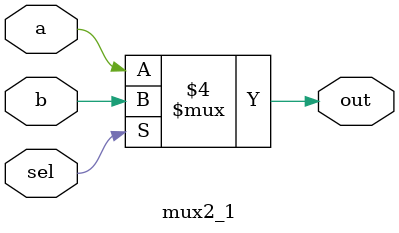
<source format=v>
`timescale 1ns / 1ps


module mux2_1
(

input wire a,
input wire b,
input wire sel,

output reg out

);
    
    always @(*)
        if(sel==1'b0)
            out=a;
        else
            out=b;
    
endmodule

</source>
